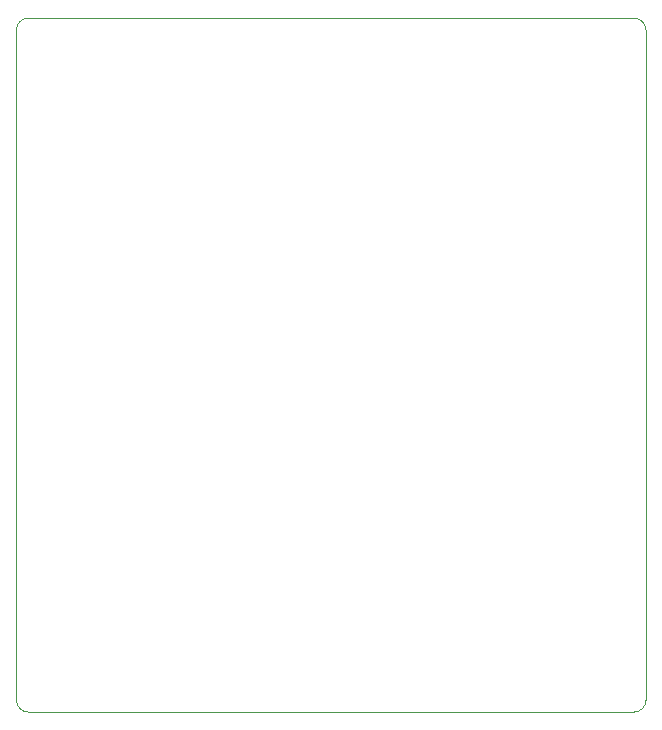
<source format=gm1>
G04 #@! TF.GenerationSoftware,KiCad,Pcbnew,(5.1.6)-1*
G04 #@! TF.CreationDate,2021-12-03T11:19:17+02:00*
G04 #@! TF.ProjectId,df_selector_inverted,64665f73-656c-4656-9374-6f725f696e76,rev?*
G04 #@! TF.SameCoordinates,Original*
G04 #@! TF.FileFunction,Profile,NP*
%FSLAX46Y46*%
G04 Gerber Fmt 4.6, Leading zero omitted, Abs format (unit mm)*
G04 Created by KiCad (PCBNEW (5.1.6)-1) date 2021-12-03 11:19:17*
%MOMM*%
%LPD*%
G01*
G04 APERTURE LIST*
G04 #@! TA.AperFunction,Profile*
%ADD10C,0.100000*%
G04 #@! TD*
G04 APERTURE END LIST*
D10*
X73200000Y-153050000D02*
G75*
G02*
X72200000Y-152050000I0J1000000D01*
G01*
X72200000Y-95300000D02*
X72200000Y-152050000D01*
X73200000Y-153050000D02*
X124500000Y-153050000D01*
X125500000Y-152050000D02*
G75*
G02*
X124500000Y-153050000I-1000000J0D01*
G01*
X125500000Y-95300000D02*
X125500000Y-152050000D01*
X124500000Y-94300000D02*
G75*
G02*
X125500000Y-95300000I0J-1000000D01*
G01*
X73200000Y-94300000D02*
X124500000Y-94300000D01*
X72200000Y-95300000D02*
G75*
G02*
X73200000Y-94300000I1000000J0D01*
G01*
M02*

</source>
